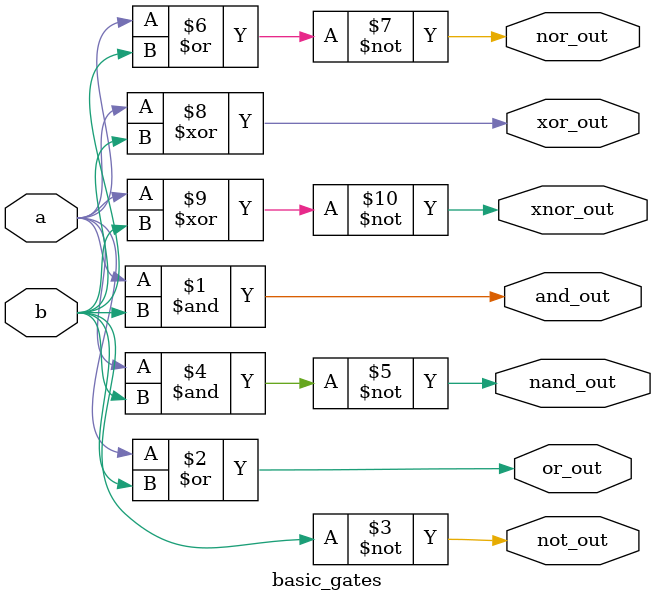
<source format=v>
module basic_gates( input a,b,
           output and_out,or_out,not_out,
           nand_out,nor_out,xor_out,xnor_out );
           
    assign and_out = a&b;
    assign or_out = a|b;
    assign not_out = ~b;
    assign nand_out = ~(a&b);
    assign nor_out = ~(a|b);
    assign xor_out = a^b;
    assign xnor_out = ~(a^b);
    
endmodule

</source>
